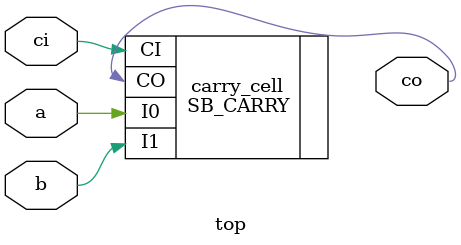
<source format=v>
module top (input a, b, ci, output co);
	SB_CARRY carry_cell (
		.I0(a),
		.I1(b),
		.CI(ci),
		.CO(co)
	);
endmodule

</source>
